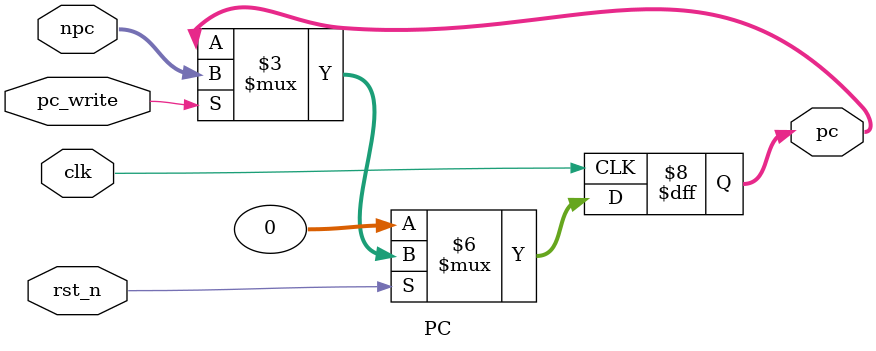
<source format=v>
`timescale 1ns / 1ps
/*
 * Engineer: Minstrel Hall
 * Create Date:    22:26:53 04/22/2016
 * Description:
 *
 * Dependencies:
 *
 * Revision:
 *
 */

module PC(
	output reg [31:0] pc,
	input [31:0] npc,
	input pc_write, clk, rst_n
    );

	always @ (negedge clk)
		if (~rst_n)
			pc <= 32'b0;
		else if (pc_write)
			pc <= npc;

endmodule

</source>
